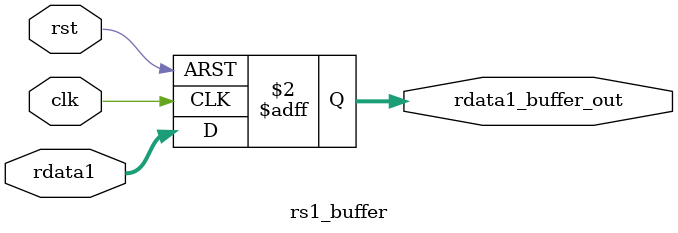
<source format=sv>
module rs1_buffer(
    input logic clk,
    input logic rst,
    input logic [31:0] rdata1,
    output logic [31:0] rdata1_buffer_out
);

always_ff @(posedge clk or posedge rst) begin
    if (rst) begin
      rdata1_buffer_out <= 32'b0;
    end else begin
      rdata1_buffer_out <= rdata1;
    end
  end
endmodule

</source>
